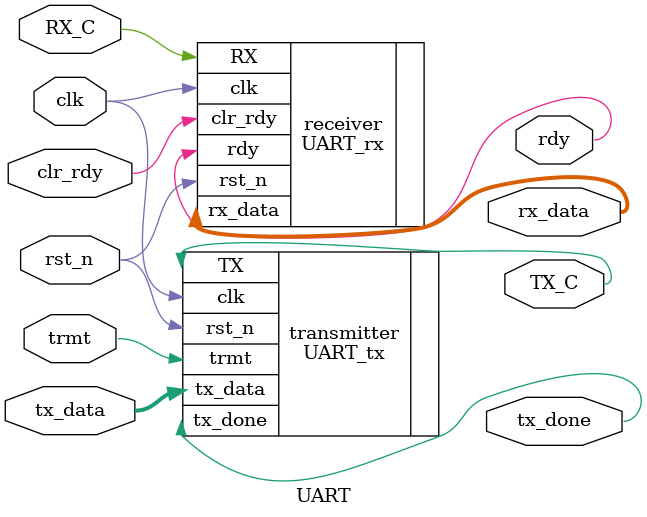
<source format=v>
module UART(clk, rst_n, trmt, clr_rdy, tx_done, rdy, tx_data, rx_data, TX_C, RX_C);
input clk, rst_n, trmt, clr_rdy;
output tx_done, rdy;
input [7:0] tx_data;
output [7:0] rx_data;
output TX_C;
input RX_C;

UART_tx transmitter(
          .clk(clk),
          .rst_n(rst_n),
          .TX(TX_C),
          .tx_data(tx_data),
          .trmt(trmt),
          .tx_done(tx_done)
                    );

UART_rx receiver(
          .RX(RX_C),
          .clk(clk),
          .rst_n(rst_n),
          .clr_rdy(clr_rdy),
          .rdy(rdy),
          .rx_data(rx_data)
                );

endmodule

</source>
